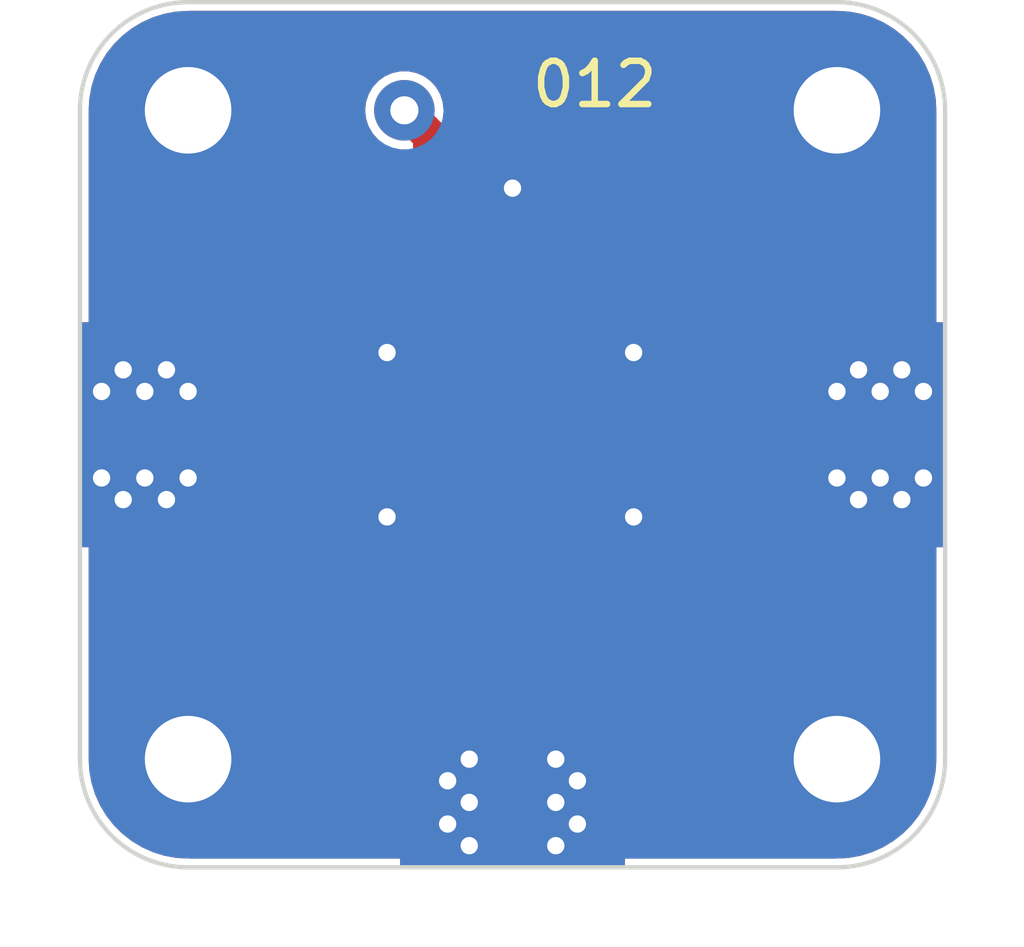
<source format=kicad_pcb>
(kicad_pcb (version 20211014) (generator pcbnew)
  (title_block (title "012-Prototype board") (date "2022-11-07") (rev "1") (company "Halidelabs") (comment 1 "contact@halidelabs.eu"))
  (layers (0 "F.Cu" signal) (31 "B.Cu" signal) (36 "B.SilkS" user "B.Silkscreen") (37 "F.SilkS" user "F.Silkscreen") (38 "B.Mask" user) (39 "F.Mask" user) (44 "Edge.Cuts" user))
  (net 0 "")
  (net 1 "GND")
  (footprint "TestPoint:TestPoint_Pad_1.5x1.5mm" (layer "F.Cu") (at 156.2 90.7)
    (fp_text reference "REF**" hide)
    (fp_text value "TestPoint_Pad_1.5x1.5mm")
    (pad "1" smd rect (at 0 0) (size 1.5 1.5) (layers "F.Cu" "F.Mask"))
  )
  (footprint "TestPoint:TestPoint_Pad_1.5x1.5mm" (layer "F.Cu") (at 156.2 88.8)
    (fp_text reference "REF**" hide)
    (fp_text value "TestPoint_Pad_1.5x1.5mm")
    (pad "1" smd rect (at 0 0) (size 1.5 1.5) (layers "F.Cu" "F.Mask"))
  )
  (footprint "TestPoint:TestPoint_Pad_1.5x1.5mm" (layer "F.Cu") (at 157.1 83.1)
    (fp_text reference "REF**" hide)
    (fp_text value "TestPoint_Pad_1.5x1.5mm")
    (pad "1" smd rect (at 0 0) (size 1.5 1.5) (layers "F.Cu" "F.Paste" "F.Mask") (net 1 "GND"))
  )
  (footprint "TestPoint:TestPoint_Pad_1.5x1.5mm" (layer "F.Cu") (at 159 83.1)
    (fp_text reference "REF**" hide)
    (fp_text value "TestPoint_Pad_1.5x1.5mm")
    (pad "1" smd rect (at 0 0) (size 1.5 1.5) (layers "F.Cu" "F.Mask"))
  )
  (footprint "TestPoint:TestPoint_Pad_1.5x1.5mm" (layer "F.Cu") (at 164.7 83.1)
    (fp_text reference "REF**" hide)
    (fp_text value "TestPoint_Pad_1.5x1.5mm")
    (pad "1" smd rect (at 0 0) (size 1.5 1.5) (layers "F.Cu" "F.Mask"))
  )
  (footprint "TestPoint:TestPoint_Pad_1.5x1.5mm" (layer "F.Cu") (at 160.9 83.1)
    (fp_text reference "REF**" hide)
    (fp_text value "TestPoint_Pad_1.5x1.5mm")
    (pad "1" smd rect (at 0 0) (size 1.5 1.5) (layers "F.Cu" "F.Mask"))
  )
  (footprint "TestPoint:TestPoint_Pad_1.5x1.5mm" (layer "F.Cu") (at 161.9 79.3)
    (fp_text reference "REF**" hide)
    (fp_text value "TestPoint_Pad_1.5x1.5mm")
    (pad "1" smd rect (at 0 0) (size 1.5 1.5) (layers "F.Cu" "F.Mask"))
  )
  (footprint "TestPoint:TestPoint_Pad_1.5x1.5mm" (layer "F.Cu") (at 158.1 85)
    (fp_text reference "REF**" hide)
    (fp_text value "TestPoint_Pad_1.5x1.5mm")
    (pad "1" smd rect (at 0 0) (size 1.5 1.5) (layers "F.Cu" "F.Mask"))
  )
  (footprint "TestPoint:TestPoint_Pad_1.5x1.5mm" (layer "F.Cu") (at 165.7 88.8)
    (fp_text reference "REF**" hide)
    (fp_text value "TestPoint_Pad_1.5x1.5mm")
    (pad "1" smd rect (at 0 0) (size 1.5 1.5) (layers "F.Cu" "F.Mask"))
  )
  (footprint "TestPoint:TestPoint_Pad_1.5x1.5mm" (layer "F.Cu") (at 163.8 79.3)
    (fp_text reference "REF**" hide)
    (fp_text value "TestPoint_Pad_1.5x1.5mm")
    (pad "1" smd rect (at 0 0) (size 1.5 1.5) (layers "F.Cu" "F.Mask"))
  )
  (footprint "TestPoint:TestPoint_Pad_1.5x1.5mm" (layer "F.Cu") (at 165.7 81.2)
    (fp_text reference "REF**" hide)
    (fp_text value "TestPoint_Pad_1.5x1.5mm")
    (pad "1" smd rect (at 0 0) (size 1.5 1.5) (layers "F.Cu" "F.Mask"))
  )
  (footprint "TestPoint:TestPoint_Pad_1.5x1.5mm" (layer "F.Cu") (at 155.2 86.9)
    (fp_text reference "REF**" hide)
    (fp_text value "TestPoint_Pad_1.5x1.5mm")
    (pad "1" smd rect (at 0 0) (size 1.5 1.5) (layers "F.Cu" "F.Mask"))
  )
  (footprint "TestPoint:TestPoint_Pad_1.5x1.5mm" (layer "F.Cu") (at 159 86.9)
    (fp_text reference "REF**" hide)
    (fp_text value "TestPoint_Pad_1.5x1.5mm")
    (pad "1" smd rect (at 0 0) (size 1.5 1.5) (layers "F.Cu" "F.Mask"))
  )
  (footprint "TestPoint:TestPoint_Pad_1.5x1.5mm" (layer "F.Cu") (at 154.3 81.2)
    (fp_text reference "REF**" hide)
    (fp_text value "TestPoint_Pad_1.5x1.5mm")
    (pad "1" smd rect (at 0 0) (size 1.5 1.5) (layers "F.Cu" "F.Mask"))
  )
  (footprint "TestPoint:TestPoint_Pad_1.5x1.5mm" (layer "F.Cu") (at 161.9 88.8)
    (fp_text reference "REF**" hide)
    (fp_text value "TestPoint_Pad_1.5x1.5mm")
    (pad "1" smd rect (at 0 0) (size 1.5 1.5) (layers "F.Cu" "F.Mask"))
  )
  (footprint "TestPoint:TestPoint_Pad_1.5x1.5mm" (layer "F.Cu") (at 163.8 85)
    (fp_text reference "REF**" hide)
    (fp_text value "TestPoint_Pad_1.5x1.5mm")
    (pad "1" smd rect (at 0 0) (size 1.5 1.5) (layers "F.Cu" "F.Mask"))
  )
  (footprint "TestPoint:TestPoint_Pad_1.5x1.5mm" (layer "F.Cu") (at 156.2 85)
    (fp_text reference "REF**" hide)
    (fp_text value "TestPoint_Pad_1.5x1.5mm")
    (pad "1" smd rect (at 0 0) (size 1.5 1.5) (layers "F.Cu" "F.Mask"))
  )
  (footprint "TestPoint:TestPoint_Pad_1.5x1.5mm" (layer "F.Cu") (at 158.1 90.7)
    (fp_text reference "REF**" hide)
    (fp_text value "TestPoint_Pad_1.5x1.5mm")
    (pad "1" smd rect (at 0 0) (size 1.5 1.5) (layers "F.Cu" "F.Mask"))
  )
  (footprint "TestPoint:TestPoint_Pad_1.5x1.5mm" (layer "F.Cu") (at 158.1 88.8)
    (fp_text reference "REF**" hide)
    (fp_text value "TestPoint_Pad_1.5x1.5mm")
    (pad "1" smd rect (at 0 0) (size 1.5 1.5) (layers "F.Cu" "F.Mask"))
  )
  (footprint "TestPoint:TestPoint_Pad_1.5x1.5mm" (layer "F.Cu") (at 158.1 81.2)
    (fp_text reference "REF**" hide)
    (fp_text value "TestPoint_Pad_1.5x1.5mm")
    (pad "1" smd rect (at 0 0) (size 1.5 1.5) (layers "F.Cu" "F.Mask"))
  )
  (footprint "TestPoint:TestPoint_Pad_1.5x1.5mm" (layer "F.Cu") (at 165.7 85)
    (fp_text reference "REF**" hide)
    (fp_text value "TestPoint_Pad_1.5x1.5mm")
    (pad "1" smd rect (at 0 0) (size 1.5 1.5) (layers "F.Cu" "F.Mask"))
  )
  (footprint "TestPoint:TestPoint_Pad_1.5x1.5mm" (layer "F.Cu") (at 158.1 79.3)
    (fp_text reference "REF**" hide)
    (fp_text value "TestPoint_Pad_1.5x1.5mm")
    (pad "1" smd rect (at 0 0) (size 1.5 1.5) (layers "F.Cu" "F.Mask"))
  )
  (footprint "TestPoint:TestPoint_Pad_1.5x1.5mm" (layer "F.Cu") (at 164.7 86.9)
    (fp_text reference "REF**" hide)
    (fp_text value "TestPoint_Pad_1.5x1.5mm")
    (pad "1" smd rect (at 0 0) (size 1.5 1.5) (layers "F.Cu" "F.Mask"))
  )
  (footprint "TestPoint:TestPoint_Pad_1.5x1.5mm" (layer "F.Cu") (at 156.2 81.2)
    (fp_text reference "REF**" hide)
    (fp_text value "TestPoint_Pad_1.5x1.5mm")
    (pad "1" smd rect (at 0 0) (size 1.5 1.5) (layers "F.Cu" "F.Mask"))
  )
  (footprint "TestPoint:TestPoint_Pad_1.5x1.5mm" (layer "F.Cu") (at 160 79.3)
    (fp_text reference "REF**" hide)
    (fp_text value "TestPoint_Pad_1.5x1.5mm")
    (pad "1" smd rect (at 0 0) (size 1.5 1.5) (layers "F.Cu" "F.Paste" "F.Mask") (net 1 "GND"))
  )
  (footprint "modular-rf-bench-footprints:edge-connector" (layer "F.Cu") (at 170 85)
    (fp_text reference "J2")
    (fp_text value "CONN" hide)
    (pad "1" smd rect (at -1.5 0) (size 3 0.8) (layers "F.Cu"))
    (pad "2" thru_hole circle (at -2 -1.5) (size 0.8 0.8) (drill 0.4) (layers *.Cu) (net 1 "GND"))
    (pad "2" thru_hole circle (at -2 1.5) (size 0.8 0.8) (drill 0.4) (layers *.Cu) (net 1 "GND"))
    (pad "2" thru_hole circle (at -0.5 1) (size 0.8 0.8) (drill 0.4) (layers *.Cu) (net 1 "GND"))
    (pad "2" smd rect (at -1.5 -1.6) (size 3 2) (layers "F.Cu") (net 1 "GND"))
    (pad "2" smd rect (at -1.5 0) (size 3 5.2) (layers "B.Cu") (net 1 "GND"))
    (pad "2" thru_hole circle (at -2.5 1) (size 0.8 0.8) (drill 0.4) (layers *.Cu) (net 1 "GND"))
    (pad "2" thru_hole circle (at -1 1.5) (size 0.8 0.8) (drill 0.4) (layers *.Cu) (net 1 "GND"))
    (pad "2" thru_hole circle (at -1 -1.5) (size 0.8 0.8) (drill 0.4) (layers *.Cu) (net 1 "GND"))
    (pad "2" thru_hole circle (at -0.5 -1) (size 0.8 0.8) (drill 0.4) (layers *.Cu) (net 1 "GND"))
    (pad "2" thru_hole circle (at -1.5 -1) (size 0.8 0.8) (drill 0.4) (layers *.Cu) (net 1 "GND"))
    (pad "2" thru_hole circle (at -1.5 1) (size 0.8 0.8) (drill 0.4) (layers *.Cu) (net 1 "GND"))
    (pad "2" smd rect (at -1.5 1.6) (size 3 2) (layers "F.Cu") (net 1 "GND"))
    (pad "2" thru_hole circle (at -2.5 -1) (size 0.8 0.8) (drill 0.4) (layers *.Cu) (net 1 "GND"))
  )
  (footprint "modular-rf-bench-footprints:M2-hole" (layer "F.Cu") (at 152.5 77.5)
    (fp_text reference "H1" hide)
    (fp_text value "M2" hide)
    (pad "1" thru_hole circle (at 0 0) (size 3.4 3.4) (drill 2) (layers *.Cu *.Mask) (net 1 "GND"))
  )
  (footprint "TestPoint:TestPoint_Pad_1.5x1.5mm" (layer "F.Cu") (at 154.3 88.8)
    (fp_text reference "REF**" hide)
    (fp_text value "TestPoint_Pad_1.5x1.5mm")
    (pad "1" smd rect (at 0 0) (size 1.5 1.5) (layers "F.Cu" "F.Mask"))
  )
  (footprint "modular-rf-bench-footprints:M2-hole" (layer "F.Cu") (at 152.5 92.5)
    (fp_text reference "H2" hide)
    (fp_text value "M2" hide)
    (pad "1" thru_hole circle (at 0 0) (size 3.4 3.4) (drill 2) (layers *.Cu *.Mask) (net 1 "GND"))
  )
  (footprint "TestPoint:TestPoint_Pad_1.5x1.5mm" (layer "F.Cu") (at 161.9 85)
    (fp_text reference "REF**" hide)
    (fp_text value "TestPoint_Pad_1.5x1.5mm")
    (pad "1" smd rect (at 0 0) (size 1.5 1.5) (layers "F.Cu" "F.Mask"))
  )
  (footprint "modular-rf-bench-footprints:M2-hole" (layer "F.Cu") (at 167.5 77.5)
    (fp_text reference "H4" hide)
    (fp_text value "M2" hide)
    (pad "1" thru_hole circle (at 0 0) (size 3.4 3.4) (drill 2) (layers *.Cu *.Mask) (net 1 "GND"))
  )
  (footprint "TestPoint:TestPoint_Pad_1.5x1.5mm" (layer "F.Cu") (at 161.9 81.2)
    (fp_text reference "REF**" hide)
    (fp_text value "TestPoint_Pad_1.5x1.5mm")
    (pad "1" smd rect (at 0 0) (size 1.5 1.5) (layers "F.Cu" "F.Mask"))
  )
  (footprint "TestPoint:TestPoint_Pad_1.5x1.5mm" (layer "F.Cu") (at 155.2 83.1)
    (fp_text reference "REF**" hide)
    (fp_text value "TestPoint_Pad_1.5x1.5mm")
    (pad "1" smd rect (at 0 0) (size 1.5 1.5) (layers "F.Cu" "F.Mask"))
  )
  (footprint "TestPoint:TestPoint_Pad_1.5x1.5mm" (layer "F.Cu") (at 162.8 83.1)
    (fp_text reference "REF**" hide)
    (fp_text value "TestPoint_Pad_1.5x1.5mm")
    (pad "1" smd rect (at 0 0) (size 1.5 1.5) (layers "F.Cu" "F.Paste" "F.Mask") (net 1 "GND"))
  )
  (footprint "TestPoint:TestPoint_Pad_1.5x1.5mm" (layer "F.Cu") (at 161.9 90.7)
    (fp_text reference "REF**" hide)
    (fp_text value "TestPoint_Pad_1.5x1.5mm")
    (pad "1" smd rect (at 0 0) (size 1.5 1.5) (layers "F.Cu" "F.Mask"))
  )
  (footprint "TestPoint:TestPoint_Pad_1.5x1.5mm" (layer "F.Cu") (at 160 85)
    (fp_text reference "REF**" hide)
    (fp_text value "TestPoint_Pad_1.5x1.5mm")
    (pad "1" smd rect (at 0 0) (size 1.5 1.5) (layers "F.Cu" "F.Mask"))
  )
  (footprint "TestPoint:TestPoint_Pad_1.5x1.5mm" (layer "F.Cu") (at 163.8 90.7)
    (fp_text reference "REF**" hide)
    (fp_text value "TestPoint_Pad_1.5x1.5mm")
    (pad "1" smd rect (at 0 0) (size 1.5 1.5) (layers "F.Cu" "F.Mask"))
  )
  (footprint "TestPoint:TestPoint_Pad_1.5x1.5mm" (layer "F.Cu") (at 157.5 77.5)
    (fp_text reference "REF**" hide)
    (fp_text value "TestPoint_Pad_1.5x1.5mm")
    (pad "1" thru_hole circle (at 0 0) (size 1.4 1.4) (drill 0.65) (layers *.Cu *.Mask))
  )
  (footprint "TestPoint:TestPoint_Pad_1.5x1.5mm" (layer "F.Cu") (at 160 90.7)
    (fp_text reference "REF**" hide)
    (fp_text value "TestPoint_Pad_1.5x1.5mm")
    (pad "1" smd rect (at 0 0) (size 1.5 1.5) (layers "F.Cu" "F.Mask"))
  )
  (footprint "modular-rf-bench-footprints:edge-connector" (layer "F.Cu") (at 150 85 180)
    (fp_text reference "J2")
    (fp_text value "CONN" hide)
    (pad "1" smd rect (at -1.5 0 180) (size 3 0.8) (layers "F.Cu"))
    (pad "2" thru_hole circle (at -1 1.5 180) (size 0.8 0.8) (drill 0.4) (layers *.Cu) (net 1 "GND"))
    (pad "2" thru_hole circle (at -2 1.5 180) (size 0.8 0.8) (drill 0.4) (layers *.Cu) (net 1 "GND"))
    (pad "2" thru_hole circle (at -1.5 1 180) (size 0.8 0.8) (drill 0.4) (layers *.Cu) (net 1 "GND"))
    (pad "2" thru_hole circle (at -1.5 -1 180) (size 0.8 0.8) (drill 0.4) (layers *.Cu) (net 1 "GND"))
    (pad "2" thru_hole circle (at -2 -1.5 180) (size 0.8 0.8) (drill 0.4) (layers *.Cu) (net 1 "GND"))
    (pad "2" thru_hole circle (at -2.5 1 180) (size 0.8 0.8) (drill 0.4) (layers *.Cu) (net 1 "GND"))
    (pad "2" thru_hole circle (at -2.5 -1 180) (size 0.8 0.8) (drill 0.4) (layers *.Cu) (net 1 "GND"))
    (pad "2" smd rect (at -1.5 0 180) (size 3 5.2) (layers "B.Cu") (net 1 "GND"))
    (pad "2" thru_hole circle (at -0.5 -1 180) (size 0.8 0.8) (drill 0.4) (layers *.Cu) (net 1 "GND"))
    (pad "2" smd rect (at -1.5 1.6 180) (size 3 2) (layers "F.Cu") (net 1 "GND"))
    (pad "2" smd rect (at -1.5 -1.6 180) (size 3 2) (layers "F.Cu") (net 1 "GND"))
    (pad "2" thru_hole circle (at -1 -1.5 180) (size 0.8 0.8) (drill 0.4) (layers *.Cu) (net 1 "GND"))
    (pad "2" thru_hole circle (at -0.5 1 180) (size 0.8 0.8) (drill 0.4) (layers *.Cu) (net 1 "GND"))
  )
  (footprint "TestPoint:TestPoint_Pad_1.5x1.5mm" (layer "F.Cu") (at 160.9 86.9)
    (fp_text reference "REF**" hide)
    (fp_text value "TestPoint_Pad_1.5x1.5mm")
    (pad "1" smd rect (at 0 0) (size 1.5 1.5) (layers "F.Cu" "F.Mask"))
  )
  (footprint "modular-rf-bench-footprints:M2-hole" (layer "F.Cu") (at 167.5 92.5)
    (fp_text reference "H3" hide)
    (fp_text value "M2" hide)
    (pad "1" thru_hole circle (at 0 0) (size 3.4 3.4) (drill 2) (layers *.Cu *.Mask) (net 1 "GND"))
  )
  (footprint "TestPoint:TestPoint_Pad_1.5x1.5mm" (layer "F.Cu") (at 154.3 85)
    (fp_text reference "REF**" hide)
    (fp_text value "TestPoint_Pad_1.5x1.5mm")
    (pad "1" smd rect (at 0 0) (size 1.5 1.5) (layers "F.Cu" "F.Mask"))
  )
  (footprint "TestPoint:TestPoint_Pad_1.5x1.5mm" (layer "F.Cu") (at 163.8 81.2)
    (fp_text reference "REF**" hide)
    (fp_text value "TestPoint_Pad_1.5x1.5mm")
    (pad "1" smd rect (at 0 0) (size 1.5 1.5) (layers "F.Cu" "F.Mask"))
  )
  (footprint "TestPoint:TestPoint_Pad_1.5x1.5mm" (layer "F.Cu") (at 160 81.2)
    (fp_text reference "REF**" hide)
    (fp_text value "TestPoint_Pad_1.5x1.5mm")
    (pad "1" smd rect (at 0 0) (size 1.5 1.5) (layers "F.Cu" "F.Mask"))
  )
  (footprint "TestPoint:TestPoint_Pad_1.5x1.5mm" (layer "F.Cu") (at 162.8 86.9)
    (fp_text reference "REF**" hide)
    (fp_text value "TestPoint_Pad_1.5x1.5mm")
    (pad "1" smd rect (at 0 0) (size 1.5 1.5) (layers "F.Cu" "F.Paste" "F.Mask") (net 1 "GND"))
  )
  (footprint "TestPoint:TestPoint_Pad_1.5x1.5mm" (layer "F.Cu") (at 163.8 88.8)
    (fp_text reference "REF**" hide)
    (fp_text value "TestPoint_Pad_1.5x1.5mm")
    (pad "1" smd rect (at 0 0) (size 1.5 1.5) (layers "F.Cu" "F.Mask"))
  )
  (footprint "TestPoint:TestPoint_Pad_1.5x1.5mm" (layer "F.Cu") (at 157.1 86.9)
    (fp_text reference "REF**" hide)
    (fp_text value "TestPoint_Pad_1.5x1.5mm")
    (pad "1" smd rect (at 0 0) (size 1.5 1.5) (layers "F.Cu" "F.Paste" "F.Mask") (net 1 "GND"))
  )
  (footprint "TestPoint:TestPoint_Pad_1.5x1.5mm" (layer "F.Cu") (at 160 88.8)
    (fp_text reference "REF**" hide)
    (fp_text value "TestPoint_Pad_1.5x1.5mm")
    (pad "1" smd rect (at 0 0) (size 1.5 1.5) (layers "F.Cu" "F.Mask"))
  )
  (footprint "modular-rf-bench-footprints:edge-connector" (layer "F.Cu") (at 160 95 -90)
    (fp_text reference "J1")
    (fp_text value "CONN" hide)
    (pad "1" smd rect (at -1.5 0 270) (size 3 0.8) (layers "F.Cu"))
    (pad "2" thru_hole circle (at -2 1.5 270) (size 0.8 0.8) (drill 0.4) (layers *.Cu) (net 1 "GND"))
    (pad "2" smd rect (at -1.5 -1.6 270) (size 3 2) (layers "F.Cu") (net 1 "GND"))
    (pad "2" thru_hole circle (at -2 -1.5 270) (size 0.8 0.8) (drill 0.4) (layers *.Cu) (net 1 "GND"))
    (pad "2" thru_hole circle (at -2.5 -1 270) (size 0.8 0.8) (drill 0.4) (layers *.Cu) (net 1 "GND"))
    (pad "2" thru_hole circle (at -1.5 1 270) (size 0.8 0.8) (drill 0.4) (layers *.Cu) (net 1 "GND"))
    (pad "2" thru_hole circle (at -1.5 -1 270) (size 0.8 0.8) (drill 0.4) (layers *.Cu) (net 1 "GND"))
    (pad "2" smd rect (at -1.5 0 270) (size 3 5.2) (layers "B.Cu") (net 1 "GND"))
    (pad "2" thru_hole circle (at -0.5 -1 270) (size 0.8 0.8) (drill 0.4) (layers *.Cu) (net 1 "GND"))
    (pad "2" thru_hole circle (at -1 1.5 270) (size 0.8 0.8) (drill 0.4) (layers *.Cu) (net 1 "GND"))
    (pad "2" thru_hole circle (at -2.5 1 270) (size 0.8 0.8) (drill 0.4) (layers *.Cu) (net 1 "GND"))
    (pad "2" smd rect (at -1.5 1.6 270) (size 3 2) (layers "F.Cu") (net 1 "GND"))
    (pad "2" thru_hole circle (at -0.5 1 270) (size 0.8 0.8) (drill 0.4) (layers *.Cu) (net 1 "GND"))
    (pad "2" thru_hole circle (at -1 -1.5 270) (size 0.8 0.8) (drill 0.4) (layers *.Cu) (net 1 "GND"))
  )
  (footprint "TestPoint:TestPoint_Pad_1.5x1.5mm" (layer "F.Cu") (at 156.2 79.3)
    (fp_text reference "REF**" hide)
    (fp_text value "TestPoint_Pad_1.5x1.5mm")
    (pad "1" smd rect (at 0 0) (size 1.5 1.5) (layers "F.Cu" "F.Mask"))
  )
  (gr_arc (start 150 77.5) (mid 150.732233 75.732233) (end 152.5 75) (layer "Edge.Cuts") (width 0.1))
  (gr_line (start 152.5 75) (end 167.5 75) (layer "Edge.Cuts") (width 0.1))
  (gr_arc (start 167.5 75) (mid 169.267767 75.732233) (end 170 77.5) (layer "Edge.Cuts") (width 0.1))
  (gr_line (start 150 92.5) (end 150 77.5) (layer "Edge.Cuts") (width 0.1))
  (gr_arc (start 152.5 95) (mid 150.732233 94.267767) (end 150 92.5) (layer "Edge.Cuts") (width 0.1))
  (gr_line (start 170 77.5) (end 170 92.5) (layer "Edge.Cuts") (width 0.1))
  (gr_arc (start 170 92.5) (mid 169.267767 94.267767) (end 167.5 95) (layer "Edge.Cuts") (width 0.1))
  (gr_line (start 167.5 95) (end 152.5 95) (layer "Edge.Cuts") (width 0.1))
  (gr_text "012" (at 161.9 76.9) (layer "F.SilkS") (effects (font (size 1 1))))
  (segment (start 151.5 85) (end 154.3 85) (width 0.8) (layer "F.Cu") (net 0))
  (segment (start 160 93.5) (end 160 90.7) (width 0.8) (layer "F.Cu") (net 0))
  (segment (start 158.1 78.1) (end 157.5 77.5) (width 0.8) (layer "F.Cu") (net 0))
  (segment (start 168.5 85) (end 165.7 85) (width 0.8) (layer "F.Cu") (net 0))
  (segment (start 158.1 79.3) (end 158.1 78.1) (width 0.8) (layer "F.Cu") (net 0))
  (via (at 157.1 86.9) (size 0.8) (drill 0.4) (layers "F.Cu" "B.Cu") (net 1))
  (via (at 157.1 83.1) (size 0.8) (drill 0.4) (layers "F.Cu" "B.Cu") (net 1))
  (via (at 162.8 83.1) (size 0.8) (drill 0.4) (layers "F.Cu" "B.Cu") (net 1))
  (via (at 162.8 86.9) (size 0.8) (drill 0.4) (layers "F.Cu" "B.Cu") (net 1))
  (via (at 160 79.3) (size 0.8) (drill 0.4) (layers "F.Cu" "B.Cu") (net 1))
  (zone (net 0) (net_name "") (layer "F.Cu") (connect_pads (clearance 0)) (min_thickness 0.254)
    (keepout (tracks allowed) (vias allowed) (pads allowed) (copperpour not_allowed) (footprints allowed))
    (fill (thermal_gap 0.508) (thermal_bridge_width 0.508))
    (polygon (pts (xy 164.7 91.6) (xy 155.3 91.6) (xy 155.3 78.6) (xy 164.7 78.6)))
  )
  (zone (net 1) (net_name "GND") (layers F&B.Cu) (name "GND") (connect_pads yes (clearance 0.2)) (min_thickness 0.2) (fill yes (thermal_gap 0.2) (thermal_bridge_width 0.2))
    (polygon (pts (xy 170 95) (xy 150 95) (xy 150 75) (xy 170 75)))
  )
)
</source>
